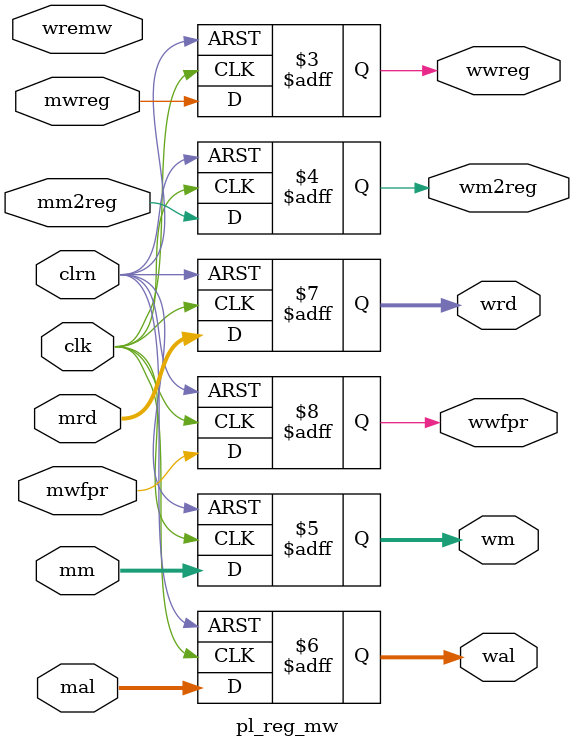
<source format=v>
module pl_reg_mw(mwreg,mm2reg,mm,mal,mrd,clk,clrn,wwreg,wm2reg,wm,wal,wrd,wremw,mwfpr,wwfpr);

	input mwreg;
	input mm2reg;
	input [31:0] mm;
	input [31:0] mal;
	input [4:0] mrd;
	input clk;
	input clrn;
	output reg wwreg;
	output reg wm2reg;
	output reg [31:0] wm;
	output reg [31:0] wal;
	output reg [4:0] wrd;
	input wremw;
	input mwfpr;
	output reg wwfpr;
	
    always @(negedge clrn or posedge clk)
       if (!clrn) begin
        	wwreg <=0;
        	wm2reg <=0;
        	wal <=0;
        	wm <=0;
        	wrd <=0;
        	wwfpr <= 0;
       end else begin
//       if (wremw==1)begin
        	wwreg <=mwreg;
        	wm2reg <=mm2reg;
        	wal <=mal;
        	wm <=mm;
        	wrd <=mrd;
            wwfpr <= mwfpr;

       end 
endmodule                       
	

</source>
